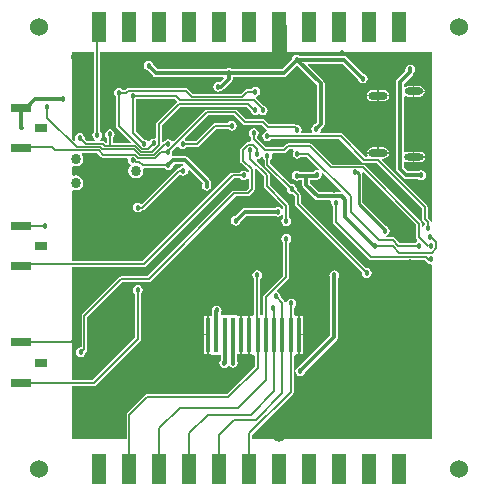
<source format=gbl>
G04*
G04 #@! TF.GenerationSoftware,Altium Limited,Altium Designer,19.0.15 (446)*
G04*
G04 Layer_Physical_Order=2*
G04 Layer_Color=11436288*
%FSLAX25Y25*%
%MOIN*%
G70*
G01*
G75*
%ADD11C,0.01000*%
%ADD22R,0.04331X0.03150*%
%ADD34R,0.06693X0.03150*%
%ADD75C,0.01200*%
%ADD76C,0.00500*%
%ADD78C,0.05000*%
%ADD80C,0.03400*%
%ADD81R,0.05000X0.10000*%
%ADD82O,0.06299X0.02756*%
%ADD83O,0.06496X0.02362*%
%ADD84O,0.06299X0.02362*%
%ADD85C,0.06000*%
%ADD86C,0.01800*%
%ADD87C,0.04000*%
%ADD88R,0.01378X0.11811*%
G36*
X60920Y-64906D02*
X60420Y-64955D01*
X60395Y-64829D01*
X60185Y-64515D01*
X59390Y-63721D01*
Y-60122D01*
X59317Y-59751D01*
X59107Y-59437D01*
X44094Y-44424D01*
X44285Y-43962D01*
X44582D01*
X45315Y-43816D01*
X45936Y-43401D01*
X46351Y-42780D01*
X46447Y-42297D01*
X42810D01*
X39174D01*
X39270Y-42780D01*
X39353Y-42905D01*
X39136Y-43330D01*
X38645Y-43375D01*
X31085Y-35815D01*
X30771Y-35605D01*
X30400Y-35531D01*
X23769D01*
X23502Y-35031D01*
X23707Y-34724D01*
X23771Y-34403D01*
X24637Y-33537D01*
X24925Y-33107D01*
X25025Y-32600D01*
Y-18900D01*
X24925Y-18393D01*
X24637Y-17963D01*
X19462Y-12787D01*
X19653Y-12325D01*
X30951D01*
X36229Y-17604D01*
X36293Y-17924D01*
X36647Y-18453D01*
X37176Y-18807D01*
X37800Y-18931D01*
X38424Y-18807D01*
X38954Y-18453D01*
X39307Y-17924D01*
X39431Y-17300D01*
X39307Y-16676D01*
X38954Y-16147D01*
X38424Y-15793D01*
X38104Y-15729D01*
X32437Y-10063D01*
X32007Y-9775D01*
X31500Y-9674D01*
X16696D01*
X16424Y-9493D01*
X15800Y-9369D01*
X15176Y-9493D01*
X14647Y-9847D01*
X14293Y-10376D01*
X14229Y-10696D01*
X10851Y-14074D01*
X-6004D01*
X-6276Y-13893D01*
X-6900Y-13769D01*
X-7524Y-13893D01*
X-7796Y-14074D01*
X-30651D01*
X-32029Y-12697D01*
X-32093Y-12376D01*
X-32447Y-11846D01*
X-32976Y-11493D01*
X-33600Y-11369D01*
X-34224Y-11493D01*
X-34754Y-11846D01*
X-35107Y-12376D01*
X-35231Y-13000D01*
X-35107Y-13624D01*
X-34754Y-14153D01*
X-34224Y-14507D01*
X-33904Y-14571D01*
X-32137Y-16337D01*
X-31707Y-16625D01*
X-31200Y-16725D01*
X-8807D01*
X-8600Y-17225D01*
X-9852Y-18478D01*
X-10400Y-18369D01*
X-11024Y-18493D01*
X-11553Y-18846D01*
X-11907Y-19376D01*
X-12031Y-20000D01*
X-11907Y-20624D01*
X-11553Y-21154D01*
X-11024Y-21507D01*
X-10400Y-21631D01*
X-9776Y-21507D01*
X-9504Y-21326D01*
X-9500D01*
X-8993Y-21225D01*
X-8563Y-20937D01*
X-5963Y-18337D01*
X-5675Y-17907D01*
X-5574Y-17400D01*
X-5574Y-17400D01*
Y-16725D01*
X11400D01*
X11907Y-16625D01*
X12337Y-16337D01*
X15800Y-12875D01*
X22375Y-19449D01*
Y-32051D01*
X21896Y-32529D01*
X21576Y-32593D01*
X21046Y-32947D01*
X20693Y-33476D01*
X20569Y-34100D01*
X20693Y-34724D01*
X20898Y-35031D01*
X20631Y-35531D01*
X17503D01*
X17236Y-35031D01*
X17307Y-34924D01*
X17431Y-34300D01*
X17307Y-33676D01*
X16953Y-33147D01*
X16424Y-32793D01*
X15800Y-32669D01*
X15529Y-32723D01*
X15406Y-32640D01*
X15035Y-32567D01*
X6611D01*
X5165Y-31121D01*
X4851Y-30911D01*
X4480Y-30837D01*
X-1093D01*
X-4015Y-27915D01*
X-4329Y-27705D01*
X-4700Y-27631D01*
X-14215D01*
X-14586Y-27705D01*
X-14900Y-27915D01*
X-25166Y-38181D01*
X-25809Y-38118D01*
X-25912Y-37964D01*
X-26441Y-37610D01*
X-27066Y-37486D01*
X-27690Y-37610D01*
X-28219Y-37964D01*
X-28418Y-38262D01*
X-28679Y-38313D01*
X-28781Y-38382D01*
X-29281Y-38123D01*
Y-32743D01*
X-23207Y-26669D01*
X-901D01*
X378Y-27948D01*
X493Y-28524D01*
X847Y-29054D01*
X1376Y-29407D01*
X2000Y-29531D01*
X2624Y-29407D01*
X3153Y-29054D01*
X3246D01*
X3776Y-29407D01*
X4400Y-29531D01*
X5024Y-29407D01*
X5553Y-29054D01*
X5907Y-28524D01*
X6031Y-27900D01*
X5907Y-27276D01*
X5553Y-26746D01*
X5024Y-26393D01*
X4855Y-26359D01*
X2311Y-23815D01*
X2262Y-23783D01*
X2368Y-23252D01*
X2593Y-23207D01*
X3122Y-22853D01*
X3476Y-22324D01*
X3600Y-21700D01*
X3476Y-21076D01*
X3122Y-20547D01*
X2593Y-20193D01*
X1969Y-20069D01*
X1344Y-20193D01*
X815Y-20547D01*
X691Y-20731D01*
X-867D01*
X-1237Y-20805D01*
X-1551Y-21015D01*
X-2968Y-22431D01*
X-18688D01*
X-20502Y-20618D01*
X-20816Y-20408D01*
X-21187Y-20334D01*
X-40334D01*
X-40704Y-20408D01*
X-41019Y-20618D01*
X-41432Y-21031D01*
X-42223D01*
X-42347Y-20846D01*
X-42876Y-20493D01*
X-43500Y-20369D01*
X-44124Y-20493D01*
X-44653Y-20846D01*
X-45007Y-21376D01*
X-45131Y-22000D01*
X-45007Y-22624D01*
X-44653Y-23154D01*
X-44469Y-23277D01*
Y-33033D01*
X-44395Y-33404D01*
X-44185Y-33718D01*
X-39484Y-38419D01*
X-39675Y-38881D01*
X-45531D01*
Y-37177D01*
X-45347Y-37053D01*
X-44993Y-36524D01*
X-44869Y-35900D01*
X-44993Y-35276D01*
X-45347Y-34747D01*
X-45876Y-34393D01*
X-46500Y-34269D01*
X-47124Y-34393D01*
X-47653Y-34747D01*
X-48007Y-35276D01*
X-48131Y-35900D01*
X-48007Y-36524D01*
X-47653Y-37053D01*
X-47469Y-37177D01*
Y-38454D01*
X-47969Y-38662D01*
X-48165Y-38465D01*
X-48479Y-38255D01*
X-48850Y-38181D01*
X-49730D01*
X-49784Y-38102D01*
X-49650Y-37423D01*
X-49547Y-37354D01*
X-49193Y-36824D01*
X-49069Y-36200D01*
X-49193Y-35576D01*
X-49547Y-35046D01*
X-49731Y-34923D01*
Y-8415D01*
X60920D01*
X60920Y-64906D01*
D02*
G37*
G36*
X-24254Y-24616D02*
X-24293Y-25015D01*
X-30935Y-31657D01*
X-31145Y-31971D01*
X-31219Y-32342D01*
Y-36894D01*
X-31719Y-37305D01*
X-31900Y-37269D01*
X-32524Y-37393D01*
X-33053Y-37747D01*
X-33250Y-38040D01*
X-33836Y-38063D01*
X-33847Y-38047D01*
X-34376Y-37693D01*
X-35000Y-37569D01*
X-35218Y-37612D01*
X-37931Y-34899D01*
Y-24230D01*
X-37747Y-24106D01*
X-37655Y-23969D01*
X-24901D01*
X-24254Y-24616D01*
D02*
G37*
G36*
X-51669Y-34923D02*
X-51854Y-35046D01*
X-52207Y-35576D01*
X-52331Y-36200D01*
X-52207Y-36824D01*
X-51854Y-37354D01*
X-51750Y-37423D01*
X-51616Y-38102D01*
X-51670Y-38181D01*
X-54049D01*
X-54912Y-37318D01*
X-54869Y-37100D01*
X-54993Y-36476D01*
X-55347Y-35947D01*
X-55876Y-35593D01*
X-56500Y-35469D01*
X-57124Y-35593D01*
X-57653Y-35947D01*
X-58007Y-36476D01*
X-58131Y-37100D01*
X-58007Y-37724D01*
X-58412Y-38018D01*
X-59100Y-37330D01*
X-59100Y-8415D01*
X-51669D01*
Y-34923D01*
D02*
G37*
G36*
X30555Y-54725D02*
X30348Y-55225D01*
X23299D01*
X20325Y-52251D01*
Y-51025D01*
X22200D01*
X22335Y-50999D01*
X22500Y-51031D01*
X23124Y-50907D01*
X23653Y-50554D01*
X24007Y-50024D01*
X24131Y-49400D01*
X24034Y-48911D01*
X24476Y-48646D01*
X30555Y-54725D01*
D02*
G37*
G36*
X-2179Y-32491D02*
X-1865Y-32701D01*
X-1494Y-32774D01*
X4079D01*
X5525Y-34220D01*
X5771Y-34385D01*
X5780Y-34661D01*
X5718Y-34905D01*
X5276Y-34993D01*
X4747Y-35346D01*
X4393Y-35876D01*
X4269Y-36500D01*
X4393Y-37124D01*
X4747Y-37653D01*
X5276Y-38007D01*
X5900Y-38131D01*
X6524Y-38007D01*
X7053Y-37653D01*
X7177Y-37469D01*
X29999D01*
X37615Y-45085D01*
X37929Y-45295D01*
X38300Y-45369D01*
X42299D01*
X57453Y-60523D01*
Y-64122D01*
X57527Y-64493D01*
X57737Y-64807D01*
X58407Y-65477D01*
X58367Y-66033D01*
X58346Y-66047D01*
X57993Y-66576D01*
X57969Y-66698D01*
X57469Y-66648D01*
Y-65700D01*
X57395Y-65329D01*
X57185Y-65015D01*
X38405Y-46236D01*
X38091Y-46026D01*
X37721Y-45952D01*
X27522D01*
X20785Y-39215D01*
X20471Y-39005D01*
X20100Y-38931D01*
X12900D01*
X12529Y-39005D01*
X12215Y-39215D01*
X11199Y-40231D01*
X5501D01*
X2493Y-37223D01*
X2533Y-36667D01*
X2554Y-36654D01*
X2907Y-36124D01*
X3031Y-35500D01*
X2907Y-34876D01*
X2554Y-34347D01*
X2024Y-33993D01*
X1400Y-33869D01*
X776Y-33993D01*
X246Y-34347D01*
X-107Y-34876D01*
X-231Y-35500D01*
X-107Y-36124D01*
X246Y-36654D01*
X431Y-36777D01*
Y-37500D01*
X505Y-37871D01*
X512Y-37881D01*
X245Y-38381D01*
X-383D01*
X-754Y-38455D01*
X-1068Y-38665D01*
X-2785Y-40382D01*
X-2995Y-40696D01*
X-3069Y-41067D01*
Y-44617D01*
X-2995Y-44987D01*
X-2785Y-45301D01*
X-222Y-47864D01*
Y-48434D01*
X-722Y-48585D01*
X-815Y-48447D01*
X-1344Y-48093D01*
X-1969Y-47969D01*
X-2593Y-48093D01*
X-3122Y-48447D01*
X-3246Y-48631D01*
X-5657D01*
X-6027Y-48705D01*
X-6342Y-48915D01*
X-35651Y-78224D01*
X-59100D01*
X-59100Y-54800D01*
X-58600Y-54459D01*
X-57900Y-54598D01*
X-56944Y-54408D01*
X-56134Y-53866D01*
X-55592Y-53056D01*
X-55402Y-52100D01*
X-55592Y-51144D01*
X-56134Y-50334D01*
X-56944Y-49792D01*
X-57900Y-49602D01*
X-58600Y-49741D01*
X-59100Y-49400D01*
Y-46800D01*
X-58600Y-46459D01*
X-57900Y-46598D01*
X-56944Y-46408D01*
X-56134Y-45866D01*
X-55592Y-45056D01*
X-55402Y-44100D01*
X-55592Y-43144D01*
X-55943Y-42619D01*
X-55676Y-42119D01*
X-50676D01*
X-49443Y-43352D01*
X-49129Y-43561D01*
X-48758Y-43635D01*
X-40906D01*
X-40495Y-44135D01*
X-40531Y-44317D01*
X-40407Y-44941D01*
X-40053Y-45470D01*
X-39664Y-45731D01*
X-39589Y-46282D01*
X-39666Y-46334D01*
X-40208Y-47144D01*
X-40398Y-48100D01*
X-40208Y-49056D01*
X-39666Y-49866D01*
X-38856Y-50408D01*
X-37900Y-50598D01*
X-36944Y-50408D01*
X-36134Y-49866D01*
X-35592Y-49056D01*
X-35402Y-48100D01*
X-35508Y-47569D01*
X-35097Y-47069D01*
X-28343D01*
X-28219Y-47254D01*
X-27690Y-47607D01*
X-27066Y-47731D01*
X-26441Y-47607D01*
X-25912Y-47254D01*
X-25559Y-46724D01*
X-25495Y-46404D01*
X-24917Y-45825D01*
X-22281D01*
X-22202Y-45957D01*
X-22454Y-46509D01*
X-22750Y-46567D01*
X-23279Y-46921D01*
X-23363Y-47047D01*
X-23443Y-47031D01*
X-23814Y-47105D01*
X-24128Y-47315D01*
X-35967Y-59154D01*
X-36046Y-59146D01*
X-36576Y-58793D01*
X-37200Y-58669D01*
X-37824Y-58793D01*
X-38353Y-59146D01*
X-38707Y-59676D01*
X-38831Y-60300D01*
X-38707Y-60924D01*
X-38353Y-61453D01*
X-37824Y-61807D01*
X-37200Y-61931D01*
X-36576Y-61807D01*
X-36046Y-61453D01*
X-35923Y-61269D01*
X-35743D01*
X-35372Y-61195D01*
X-35058Y-60985D01*
X-23299Y-49226D01*
X-23279Y-49228D01*
X-22750Y-49582D01*
X-22126Y-49706D01*
X-21501Y-49582D01*
X-20972Y-49228D01*
X-20618Y-48699D01*
X-20494Y-48074D01*
X-20509Y-48001D01*
X-20048Y-47755D01*
X-15632Y-52170D01*
X-15807Y-52432D01*
X-15931Y-53056D01*
X-15807Y-53680D01*
X-15453Y-54210D01*
X-14924Y-54563D01*
X-14300Y-54687D01*
X-13676Y-54563D01*
X-13147Y-54210D01*
X-12793Y-53680D01*
X-12669Y-53056D01*
X-12793Y-52432D01*
X-12975Y-52160D01*
Y-51628D01*
X-13075Y-51121D01*
X-13363Y-50691D01*
X-20491Y-43563D01*
X-20921Y-43275D01*
X-21428Y-43174D01*
X-25466D01*
X-25651Y-43211D01*
X-25951Y-42761D01*
X-25793Y-42524D01*
X-25669Y-41900D01*
X-25748Y-41502D01*
X-24243Y-39998D01*
X-23629Y-40091D01*
X-23453Y-40354D01*
X-22924Y-40707D01*
X-22300Y-40831D01*
X-21676Y-40707D01*
X-21147Y-40354D01*
X-21023Y-40169D01*
X-17500D01*
X-17129Y-40095D01*
X-16815Y-39885D01*
X-10930Y-34000D01*
X-7177D01*
X-7053Y-34185D01*
X-6524Y-34539D01*
X-5900Y-34663D01*
X-5276Y-34539D01*
X-4747Y-34185D01*
X-4393Y-33656D01*
X-4269Y-33031D01*
X-4393Y-32407D01*
X-4747Y-31878D01*
X-5276Y-31524D01*
X-5900Y-31400D01*
X-6524Y-31524D01*
X-7053Y-31878D01*
X-7177Y-32063D01*
X-11332D01*
X-11702Y-32137D01*
X-12016Y-32347D01*
X-17901Y-38231D01*
X-21023D01*
X-21147Y-38047D01*
X-21409Y-37871D01*
X-21502Y-37257D01*
X-13814Y-29569D01*
X-5101D01*
X-2179Y-32491D01*
D02*
G37*
G36*
X55531Y-66101D02*
Y-70200D01*
X55605Y-70571D01*
X55815Y-70885D01*
X55939Y-71009D01*
X55780Y-71557D01*
X55347Y-71846D01*
X55223Y-72031D01*
X50001D01*
X48385Y-70415D01*
X48071Y-70205D01*
X47700Y-70131D01*
X45652D01*
X45603Y-69631D01*
X45724Y-69607D01*
X46253Y-69253D01*
X46607Y-68724D01*
X46731Y-68100D01*
X46607Y-67476D01*
X46253Y-66947D01*
X45724Y-66593D01*
X45494Y-66547D01*
X37624Y-58677D01*
Y-49100D01*
X37574Y-48851D01*
X38035Y-48605D01*
X55531Y-66101D01*
D02*
G37*
G36*
X14612Y-40954D02*
X14765Y-41369D01*
X14493Y-41776D01*
X14369Y-42400D01*
X14493Y-43024D01*
X14846Y-43554D01*
X15376Y-43907D01*
X16000Y-44031D01*
X16624Y-43907D01*
X17154Y-43554D01*
X17277Y-43369D01*
X19199D01*
X23254Y-47424D01*
X22989Y-47866D01*
X22500Y-47769D01*
X21876Y-47893D01*
X21347Y-48246D01*
X21261Y-48375D01*
X16696D01*
X16424Y-48193D01*
X15800Y-48069D01*
X15176Y-48193D01*
X14647Y-48546D01*
X14293Y-49076D01*
X14169Y-49700D01*
X14293Y-50324D01*
X14647Y-50854D01*
X15176Y-51207D01*
X15800Y-51331D01*
X16424Y-51207D01*
X16696Y-51025D01*
X17674D01*
Y-52800D01*
X17775Y-53307D01*
X18063Y-53737D01*
X21813Y-57487D01*
X22243Y-57775D01*
X22750Y-57876D01*
X26938D01*
X27300Y-58376D01*
X27235Y-58700D01*
X27359Y-59324D01*
X27713Y-59854D01*
X27898Y-59977D01*
Y-65066D01*
X27972Y-65437D01*
X28182Y-65751D01*
X39907Y-77477D01*
X40221Y-77687D01*
X40592Y-77760D01*
X58390D01*
X59015Y-78385D01*
X59329Y-78595D01*
X59419Y-78613D01*
X59447Y-78654D01*
X59976Y-79007D01*
X60600Y-79131D01*
X60920Y-79394D01*
X60920Y-137500D01*
X969D01*
Y-136001D01*
X14417Y-122553D01*
X14627Y-122238D01*
X14701Y-121868D01*
Y-109648D01*
X15055Y-109294D01*
X15121D01*
X15538Y-109095D01*
X16238D01*
Y-102689D01*
Y-96284D01*
X15538D01*
X15121Y-96083D01*
X15055D01*
X14701Y-95730D01*
Y-93656D01*
X15154Y-93353D01*
X15507Y-92824D01*
X15631Y-92200D01*
X15507Y-91576D01*
X15154Y-91047D01*
X14624Y-90693D01*
X14000Y-90569D01*
X13376Y-90693D01*
X12846Y-91047D01*
X12493Y-91576D01*
X12424Y-91922D01*
X11914D01*
X11871Y-91706D01*
X11661Y-91391D01*
X10388Y-90118D01*
X10431Y-89900D01*
X10307Y-89276D01*
X9954Y-88747D01*
X9424Y-88393D01*
X9335Y-88375D01*
X9190Y-87897D01*
X12962Y-84124D01*
X13172Y-83810D01*
X13246Y-83439D01*
Y-71977D01*
X13431Y-71854D01*
X13784Y-71324D01*
X13908Y-70700D01*
X13784Y-70076D01*
X13431Y-69547D01*
X12901Y-69193D01*
X12277Y-69069D01*
X11653Y-69193D01*
X11124Y-69547D01*
X10770Y-70076D01*
X10646Y-70700D01*
X10770Y-71324D01*
X11124Y-71854D01*
X11309Y-71977D01*
Y-83038D01*
X4780Y-89567D01*
X4570Y-89881D01*
X4496Y-90252D01*
Y-96083D01*
X3569D01*
Y-84077D01*
X3754Y-83953D01*
X4107Y-83424D01*
X4231Y-82800D01*
X4107Y-82176D01*
X3754Y-81647D01*
X3224Y-81293D01*
X2600Y-81169D01*
X1976Y-81293D01*
X1446Y-81647D01*
X1093Y-82176D01*
X969Y-82800D01*
X1093Y-83424D01*
X1446Y-83953D01*
X1631Y-84077D01*
Y-95772D01*
X1320Y-96083D01*
X903Y-96284D01*
X203D01*
Y-102689D01*
Y-109095D01*
X903D01*
X1320Y-109294D01*
X1386D01*
X1740Y-109648D01*
Y-113279D01*
X-7512Y-122531D01*
X-34000D01*
X-34371Y-122605D01*
X-34685Y-122815D01*
X-40685Y-128815D01*
X-40895Y-129129D01*
X-40969Y-129500D01*
Y-137500D01*
X-59100D01*
X-59100Y-119719D01*
X-51950D01*
X-51579Y-119645D01*
X-51265Y-119435D01*
X-36515Y-104685D01*
X-36305Y-104371D01*
X-36231Y-104000D01*
Y-89049D01*
X-36046Y-88925D01*
X-35693Y-88396D01*
X-35569Y-87772D01*
X-35693Y-87147D01*
X-36046Y-86618D01*
X-36576Y-86264D01*
X-37200Y-86140D01*
X-37824Y-86264D01*
X-38353Y-86618D01*
X-38707Y-87147D01*
X-38831Y-87772D01*
X-38707Y-88396D01*
X-38353Y-88925D01*
X-38169Y-89049D01*
Y-103599D01*
X-52351Y-117781D01*
X-59100D01*
X-59100Y-80161D01*
X-35250D01*
X-34879Y-80088D01*
X-34565Y-79878D01*
X-5256Y-50569D01*
X-3246D01*
X-3122Y-50753D01*
X-2593Y-51107D01*
X-1969Y-51231D01*
X-1344Y-51107D01*
X-815Y-50753D01*
X-722Y-50615D01*
X-222Y-50766D01*
Y-53805D01*
X-1048Y-54631D01*
X-5049D01*
X-5420Y-54705D01*
X-5734Y-54915D01*
X-34050Y-83231D01*
X-42700D01*
X-43071Y-83305D01*
X-43385Y-83515D01*
X-55685Y-95815D01*
X-55895Y-96129D01*
X-55969Y-96500D01*
Y-106679D01*
X-56200Y-106869D01*
X-56824Y-106993D01*
X-57354Y-107346D01*
X-57707Y-107876D01*
X-57831Y-108500D01*
X-57707Y-109124D01*
X-57354Y-109653D01*
X-56824Y-110007D01*
X-56200Y-110131D01*
X-55576Y-110007D01*
X-55046Y-109653D01*
X-54693Y-109124D01*
X-54569Y-108500D01*
X-54579Y-108449D01*
X-54315Y-108185D01*
X-54105Y-107871D01*
X-54031Y-107500D01*
Y-96901D01*
X-42299Y-85169D01*
X-33649D01*
X-33278Y-85095D01*
X-32964Y-84885D01*
X-4648Y-56569D01*
X-647D01*
X-277Y-56495D01*
X38Y-56285D01*
X1431Y-54891D01*
X1641Y-54577D01*
X1715Y-54206D01*
Y-47483D01*
X1760Y-47442D01*
X2181Y-47242D01*
X4848Y-49909D01*
Y-53216D01*
X4922Y-53587D01*
X5132Y-53901D01*
X11281Y-60051D01*
Y-60586D01*
X10781Y-60738D01*
X10654Y-60546D01*
X10124Y-60193D01*
X9500Y-60069D01*
X8876Y-60193D01*
X8604Y-60374D01*
X-1600D01*
X-2107Y-60475D01*
X-2537Y-60763D01*
X-4904Y-63129D01*
X-5224Y-63193D01*
X-5754Y-63547D01*
X-6107Y-64076D01*
X-6231Y-64700D01*
X-6107Y-65324D01*
X-5754Y-65854D01*
X-5224Y-66207D01*
X-4600Y-66331D01*
X-3976Y-66207D01*
X-3447Y-65854D01*
X-3093Y-65324D01*
X-3029Y-65004D01*
X-1051Y-63025D01*
X8604D01*
X8876Y-63207D01*
X9500Y-63331D01*
X10124Y-63207D01*
X10654Y-62853D01*
X10781Y-62662D01*
X11281Y-62814D01*
Y-63523D01*
X11096Y-63647D01*
X10743Y-64176D01*
X10619Y-64800D01*
X10743Y-65424D01*
X11096Y-65953D01*
X11626Y-66307D01*
X12250Y-66431D01*
X12874Y-66307D01*
X13404Y-65953D01*
X13757Y-65424D01*
X13881Y-64800D01*
X13757Y-64176D01*
X13404Y-63647D01*
X13219Y-63523D01*
Y-59650D01*
X13145Y-59279D01*
X12935Y-58965D01*
X6785Y-52815D01*
Y-49508D01*
X6711Y-49137D01*
X6502Y-48823D01*
X2375Y-44696D01*
X2571Y-44292D01*
X2614Y-44229D01*
X3224Y-44107D01*
X3754Y-43753D01*
X3950Y-43459D01*
X4481Y-43565D01*
X4493Y-43624D01*
X4846Y-44153D01*
X5031Y-44277D01*
Y-46000D01*
X5105Y-46371D01*
X5315Y-46685D01*
X12512Y-53882D01*
X12469Y-54100D01*
X12593Y-54724D01*
X12946Y-55253D01*
X13476Y-55607D01*
X14100Y-55731D01*
X14318Y-55688D01*
X15131Y-56501D01*
Y-59100D01*
X15205Y-59471D01*
X15415Y-59785D01*
X37512Y-81882D01*
X37469Y-82100D01*
X37593Y-82724D01*
X37947Y-83254D01*
X38476Y-83607D01*
X39100Y-83731D01*
X39724Y-83607D01*
X40253Y-83254D01*
X40607Y-82724D01*
X40731Y-82100D01*
X40607Y-81476D01*
X40253Y-80946D01*
X39724Y-80593D01*
X39100Y-80469D01*
X38882Y-80512D01*
X17069Y-58699D01*
Y-56100D01*
X16995Y-55729D01*
X16785Y-55415D01*
X15688Y-54318D01*
X15731Y-54100D01*
X15607Y-53476D01*
X15254Y-52947D01*
X14724Y-52593D01*
X14100Y-52469D01*
X13882Y-52512D01*
X6969Y-45599D01*
Y-44277D01*
X7153Y-44153D01*
X7507Y-43624D01*
X7631Y-43000D01*
X7565Y-42669D01*
X7924Y-42169D01*
X11600D01*
X11971Y-42095D01*
X12285Y-41885D01*
X13301Y-40869D01*
X14543D01*
X14612Y-40954D01*
D02*
G37*
%LPC*%
G36*
X56708Y-19881D02*
X54989D01*
Y-21344D01*
X58372D01*
X58291Y-20939D01*
X57920Y-20382D01*
X57364Y-20011D01*
X56708Y-19881D01*
D02*
G37*
G36*
X44582Y-21038D02*
X43060D01*
Y-22703D01*
X46447D01*
X46351Y-22220D01*
X45936Y-21599D01*
X45315Y-21184D01*
X44582Y-21038D01*
D02*
G37*
G36*
X42560D02*
X41039D01*
X40306Y-21184D01*
X39685Y-21599D01*
X39270Y-22220D01*
X39174Y-22703D01*
X42560D01*
Y-21038D01*
D02*
G37*
G36*
X58372Y-21845D02*
X54989D01*
Y-23309D01*
X56708D01*
X57364Y-23178D01*
X57920Y-22806D01*
X58291Y-22250D01*
X58372Y-21845D01*
D02*
G37*
G36*
X53558Y-12627D02*
X52934Y-12751D01*
X52405Y-13105D01*
X52051Y-13634D01*
X51927Y-14258D01*
X52000Y-14626D01*
X49163Y-17463D01*
X48875Y-17893D01*
X48774Y-18400D01*
Y-47317D01*
X48875Y-47824D01*
X49163Y-48254D01*
X51346Y-50437D01*
X51776Y-50725D01*
X52284Y-50826D01*
X56304D01*
X56576Y-51007D01*
X57200Y-51131D01*
X57824Y-51007D01*
X58354Y-50653D01*
X58707Y-50124D01*
X58831Y-49500D01*
X58707Y-48876D01*
X58354Y-48346D01*
X57824Y-47993D01*
X57200Y-47869D01*
X56576Y-47993D01*
X56304Y-48175D01*
X52833D01*
X51425Y-46768D01*
Y-45195D01*
X51925Y-44928D01*
X52017Y-44989D01*
X52672Y-45120D01*
X54489D01*
Y-43406D01*
Y-41691D01*
X52672D01*
X52017Y-41822D01*
X51925Y-41883D01*
X51425Y-41616D01*
Y-23319D01*
X51925Y-23051D01*
X52115Y-23178D01*
X52771Y-23309D01*
X54489D01*
Y-21595D01*
Y-19881D01*
X52771D01*
X52115Y-20011D01*
X51925Y-20137D01*
X51425Y-19870D01*
Y-18949D01*
X54381Y-15994D01*
X54668Y-15564D01*
X54696Y-15422D01*
X54712Y-15412D01*
X55065Y-14883D01*
X55190Y-14258D01*
X55065Y-13634D01*
X54712Y-13105D01*
X54183Y-12751D01*
X53558Y-12627D01*
D02*
G37*
G36*
X46447Y-23203D02*
X43060D01*
Y-24868D01*
X44582D01*
X45315Y-24722D01*
X45936Y-24307D01*
X46351Y-23686D01*
X46447Y-23203D01*
D02*
G37*
G36*
X42560D02*
X39174D01*
X39270Y-23686D01*
X39685Y-24307D01*
X40306Y-24722D01*
X41039Y-24868D01*
X42560D01*
Y-23203D01*
D02*
G37*
G36*
X44582Y-40132D02*
X43060D01*
Y-41797D01*
X46447D01*
X46351Y-41315D01*
X45936Y-40693D01*
X45315Y-40278D01*
X44582Y-40132D01*
D02*
G37*
G36*
X42560D02*
X41039D01*
X40306Y-40278D01*
X39685Y-40693D01*
X39270Y-41315D01*
X39174Y-41797D01*
X42560D01*
Y-40132D01*
D02*
G37*
G36*
X56806Y-41691D02*
X54989D01*
Y-43156D01*
X58471D01*
X58390Y-42750D01*
X58018Y-42193D01*
X57462Y-41822D01*
X56806Y-41691D01*
D02*
G37*
G36*
X58471Y-43656D02*
X54989D01*
Y-45120D01*
X56806D01*
X57462Y-44989D01*
X58018Y-44618D01*
X58390Y-44061D01*
X58471Y-43656D01*
D02*
G37*
G36*
X-1236Y-96284D02*
X-1614D01*
X-1736Y-96284D01*
X-2553D01*
Y-102689D01*
Y-109095D01*
X-1736D01*
X-1614Y-109095D01*
X-1236D01*
X-1114Y-109095D01*
X-297D01*
Y-102689D01*
Y-96284D01*
X-1114D01*
X-1236Y-96284D01*
D02*
G37*
G36*
X16738Y-96284D02*
Y-102439D01*
X17677D01*
Y-96284D01*
X16738D01*
D02*
G37*
G36*
X-14076D02*
X-15016D01*
Y-102439D01*
X-14076D01*
Y-96284D01*
D02*
G37*
G36*
X17677Y-102939D02*
X16738D01*
Y-109095D01*
X17677D01*
Y-102939D01*
D02*
G37*
G36*
X-14076D02*
X-15016D01*
Y-109095D01*
X-14076D01*
Y-102939D01*
D02*
G37*
G36*
X-10900Y-92969D02*
X-11524Y-93093D01*
X-12054Y-93446D01*
X-12407Y-93976D01*
X-12531Y-94600D01*
X-12407Y-95224D01*
X-12396Y-95240D01*
Y-95884D01*
X-12540Y-96122D01*
X-12877Y-96284D01*
X-13577D01*
Y-102689D01*
Y-109095D01*
X-12877D01*
X-12460Y-109294D01*
X-12221Y-109294D01*
X-9640D01*
Y-111076D01*
X-9907Y-111476D01*
X-10031Y-112100D01*
X-9907Y-112724D01*
X-9554Y-113253D01*
X-9024Y-113607D01*
X-8400Y-113731D01*
X-7776Y-113607D01*
X-7247Y-113253D01*
X-7172Y-113142D01*
X-6774D01*
X-6608Y-113199D01*
X-6124Y-113522D01*
X-5500Y-113646D01*
X-4876Y-113522D01*
X-4346Y-113169D01*
X-3993Y-112639D01*
X-3869Y-112015D01*
X-3993Y-111391D01*
X-4234Y-111030D01*
Y-109494D01*
X-4090Y-109256D01*
X-3753Y-109095D01*
X-3053D01*
Y-102689D01*
Y-96284D01*
X-3753D01*
X-4170Y-96083D01*
X-4409Y-96083D01*
X-9410D01*
X-9633Y-95583D01*
X-9393Y-95224D01*
X-9269Y-94600D01*
X-9393Y-93976D01*
X-9747Y-93446D01*
X-10276Y-93093D01*
X-10900Y-92969D01*
D02*
G37*
G36*
X28300Y-81269D02*
X27676Y-81393D01*
X27147Y-81747D01*
X26793Y-82276D01*
X26669Y-82900D01*
X26793Y-83524D01*
X26974Y-83796D01*
Y-102851D01*
X16597Y-113229D01*
X16276Y-113293D01*
X15746Y-113646D01*
X15393Y-114176D01*
X15269Y-114800D01*
X15393Y-115424D01*
X15746Y-115954D01*
X16276Y-116307D01*
X16900Y-116431D01*
X17524Y-116307D01*
X18054Y-115954D01*
X18407Y-115424D01*
X18471Y-115103D01*
X29237Y-104337D01*
X29525Y-103907D01*
X29625Y-103400D01*
Y-83796D01*
X29807Y-83524D01*
X29931Y-82900D01*
X29807Y-82276D01*
X29454Y-81747D01*
X28924Y-81393D01*
X28300Y-81269D01*
D02*
G37*
%LPD*%
D11*
X35193Y-48600D02*
X35900D01*
X36400Y-49100D01*
Y-59184D02*
X45100Y-67883D01*
X36400Y-59184D02*
Y-49100D01*
X45100Y-68100D02*
Y-67883D01*
D22*
X-69504Y-111956D02*
D03*
Y-73000D02*
D03*
Y-33826D02*
D03*
D34*
X-76000Y-105263D02*
D03*
Y-118649D02*
D03*
Y-66307D02*
D03*
Y-79693D02*
D03*
Y-27133D02*
D03*
Y-40519D02*
D03*
D75*
Y-33530D02*
X-75904Y-33626D01*
X10281Y-8981D02*
X10719D01*
X10000Y-8700D02*
X10281Y-8981D01*
X-14300Y-53056D02*
Y-51628D01*
X-21428Y-44500D02*
X-14300Y-51628D01*
X-25466Y-44500D02*
X-21428D01*
X-11071Y-102689D02*
Y-94771D01*
X-10900Y-94600D01*
X-10400Y-20000D02*
X-9500D01*
X-6900Y-17400D01*
X-71604Y-24226D02*
X-62200D01*
X-73254Y-25875D02*
X-71604Y-24226D01*
X-73254Y-26158D02*
Y-25875D01*
X-74228Y-27133D02*
X-73254Y-26158D01*
X-76000Y-27133D02*
X-74228D01*
X-76000Y-33530D02*
Y-27133D01*
X30750Y-56550D02*
X31900Y-57700D01*
X22750Y-56550D02*
X30750D01*
X19000Y-52800D02*
X22750Y-56550D01*
X19000Y-49700D02*
X22200D01*
X15800D02*
X19000D01*
Y-52800D02*
Y-49700D01*
X31900Y-63400D02*
Y-57700D01*
Y-63400D02*
X41600Y-73100D01*
X41700D01*
X15800Y-11000D02*
X23700Y-18900D01*
Y-32600D02*
Y-18900D01*
X22200Y-34100D02*
X23700Y-32600D01*
X-6900Y-15400D02*
X11400D01*
X15800Y-11000D01*
X50100Y-47317D02*
Y-18400D01*
Y-47317D02*
X52284Y-49500D01*
X57200D01*
X-1600Y-61700D02*
X9500D01*
X-4600Y-64700D02*
X-1600Y-61700D01*
X-38900Y-44317D02*
X-38599D01*
X-5559Y-111956D02*
X-5500Y-112015D01*
X-5559Y-111956D02*
Y-102689D01*
X28300Y-103400D02*
Y-82900D01*
X16900Y-114800D02*
X28300Y-103400D01*
X-8400Y-112100D02*
X-8315Y-112015D01*
Y-102689D01*
X-27066Y-46100D02*
X-25466Y-44500D01*
X-31200Y-15400D02*
X-6900D01*
X-33600Y-13000D02*
X-31200Y-15400D01*
X31500Y-11000D02*
X37800Y-17300D01*
X15800Y-11000D02*
X31500D01*
X-6900Y-17400D02*
Y-15400D01*
X50100Y-18400D02*
X53443Y-15056D01*
Y-14373D01*
X53558Y-14258D01*
X22200Y-49700D02*
X22500Y-49400D01*
D76*
X1863Y-28063D02*
X1900D01*
X4200Y-27200D02*
Y-27074D01*
X1626Y-24500D02*
X4200Y-27074D01*
X-500Y-25700D02*
X1863Y-28063D01*
X30400Y-36500D02*
X38300Y-44400D01*
X42700D01*
X37721Y-46921D02*
X56500Y-65700D01*
X27121Y-46921D02*
X37721D01*
X5465Y-90252D02*
X12277Y-83439D01*
Y-70700D01*
X12250Y-64800D02*
Y-59650D01*
X-5049Y-55600D02*
X-647D01*
X-33649Y-84200D02*
X-5049Y-55600D01*
X-647D02*
X746Y-54206D01*
Y-47463D01*
X-42700Y-84200D02*
X-33649D01*
X-2100Y-44617D02*
X746Y-47463D01*
X-5657Y-49600D02*
X-1969D01*
X-35250Y-79193D02*
X-5657Y-49600D01*
X-73496Y-79193D02*
X-35250D01*
X-57650Y-103550D02*
Y-101900D01*
X-59363Y-105263D02*
X-57650Y-103550D01*
X-76000Y-105263D02*
X-59363D01*
X20100Y-39900D02*
X27121Y-46921D01*
X12900Y-39900D02*
X20100D01*
X11600Y-41200D02*
X12900Y-39900D01*
X56500Y-70200D02*
Y-65700D01*
X42700Y-44400D02*
X58422Y-60122D01*
X62200Y-73900D02*
Y-71700D01*
X60526Y-70026D02*
X62200Y-71700D01*
X59500Y-67200D02*
Y-65200D01*
X58422Y-64122D02*
X59500Y-65200D01*
X-27515Y-41900D02*
X-14215Y-28600D01*
X4480Y-31806D02*
X6209Y-33535D01*
X-1494Y-31806D02*
X4480D01*
X-4700Y-28600D02*
X-1494Y-31806D01*
X-56000Y-108500D02*
X-55000Y-107500D01*
X-56200Y-108500D02*
X-56000D01*
X-67400Y-30400D02*
X-57650Y-40150D01*
X-67400Y-30400D02*
Y-26834D01*
X58422Y-64122D02*
Y-60122D01*
X60700Y-75400D02*
X62200Y-73900D01*
X15035Y-33535D02*
X15800Y-34300D01*
X6209Y-33535D02*
X15035D01*
X-2567Y-23400D02*
X-867Y-21700D01*
X-19089Y-23400D02*
X-2567D01*
X-21187Y-21303D02*
X-19089Y-23400D01*
X-23608Y-25700D02*
X-500D01*
X-30250Y-32342D02*
X-23608Y-25700D01*
X-14215Y-28600D02*
X-4700D01*
X50000Y-75400D02*
X60700D01*
X-23000Y-24500D02*
X1626D01*
X-24500Y-23000D02*
X-23000Y-24500D01*
X-73496Y-40193D02*
X-65800D01*
X-64843Y-41150D01*
X-50275D01*
X-48150Y-39850D02*
X-46500D01*
X-48850Y-39150D02*
X-48150Y-39850D01*
X-54450Y-39150D02*
X-48850D01*
X-56500Y-37100D02*
X-54450Y-39150D01*
X-50700Y-36200D02*
Y-700D01*
X-57650Y-40150D02*
X-49861D01*
X-50275Y-41150D02*
X-48758Y-42667D01*
X-38217D01*
X-49861Y-40150D02*
X-49161Y-40850D01*
X-36729Y-45000D02*
X-35629Y-46100D01*
X-37915Y-45000D02*
X-36729D01*
X-38599Y-44317D02*
X-37915Y-45000D01*
X-36098Y-41850D02*
X-32517D01*
X-30250Y-39583D02*
Y-32342D01*
X5100Y-41200D02*
X11600D01*
X1400Y-37500D02*
X5100Y-41200D01*
X1400Y-37500D02*
Y-35500D01*
X5817Y-53216D02*
Y-49508D01*
X317Y-44008D02*
X5817Y-49508D01*
X317Y-44008D02*
Y-41017D01*
X5817Y-53216D02*
X12250Y-59650D01*
X5900Y-36500D02*
X30400D01*
X40592Y-76792D02*
X58792D01*
X28867Y-65066D02*
X40592Y-76792D01*
X28867Y-65066D02*
Y-58700D01*
X58792Y-76792D02*
X59700Y-77700D01*
X47700Y-73100D02*
X50000Y-75400D01*
X56500Y-70200D02*
X59500Y-73200D01*
X-56500Y-37100D02*
X-56300Y-36900D01*
X-55000Y-107500D02*
Y-96500D01*
X-42700Y-84200D01*
X-37200Y-104000D02*
Y-87772D01*
X-51950Y-118750D02*
X-37200Y-104000D01*
X-73443Y-118750D02*
X-51950D01*
X-74000Y-118193D02*
X-73443Y-118750D01*
X-2100Y-44617D02*
Y-41067D01*
X-383Y-39350D01*
X1336D01*
X2600Y-40614D01*
Y-42600D02*
Y-40614D01*
X300Y-41000D02*
X317Y-41017D01*
X6500Y-39200D02*
Y-39150D01*
X6000Y-46000D02*
X14100Y-54100D01*
X6000Y-46000D02*
Y-43000D01*
X19600Y-42400D02*
X33750Y-56550D01*
Y-61650D02*
Y-56550D01*
Y-61650D02*
X43200Y-71100D01*
X47700D01*
X49600Y-73000D01*
X56500D01*
X16000Y-42400D02*
X19600D01*
X16100Y-59100D02*
X39100Y-82100D01*
X16100Y-59100D02*
Y-56100D01*
X14100Y-54100D02*
X16100Y-56100D01*
X-22275Y-48074D02*
X-22126D01*
X-22449Y-48249D02*
X-22275Y-48074D01*
X-37200Y-60300D02*
X-35743D01*
X-23443Y-48000D01*
X-46500Y-39850D02*
X-38098D01*
X-46500D02*
Y-35900D01*
X-43500Y-33033D02*
Y-22000D01*
Y-33033D02*
X-35683Y-40850D01*
X-38098Y-39850D02*
X-36098Y-41850D01*
X-36619Y-42850D02*
X-31950D01*
X-38619Y-40850D02*
X-36619Y-42850D01*
X-49161Y-40850D02*
X-38619D01*
X-37033Y-43850D02*
X-31536D01*
X-38217Y-42667D02*
X-37033Y-43850D01*
X-35683Y-40850D02*
X-33850D01*
X-31950Y-42850D02*
X-28308Y-39208D01*
X-38900Y-35300D02*
X-35000Y-39200D01*
X-33850Y-40850D02*
X-31900Y-38900D01*
X-31536Y-43850D02*
X-29586Y-41900D01*
X-35629Y-46100D02*
X-27066D01*
X-32517Y-41850D02*
X-30250Y-39583D01*
X-11332Y-33031D02*
X-5900D01*
X-2803Y-102689D02*
Y-94103D01*
X-2800Y-94100D01*
X-13900Y-110100D02*
X-13827Y-110027D01*
Y-102689D01*
X-2803Y-110497D02*
X-2700Y-110600D01*
X-2803Y-110497D02*
Y-102689D01*
X-47Y-110453D02*
X0Y-110500D01*
X-47Y-110453D02*
Y-102689D01*
X16488Y-109988D02*
X16600Y-110100D01*
X16488Y-109988D02*
Y-102689D01*
X0Y-135600D02*
X13732Y-121868D01*
Y-102689D01*
X0Y-147500D02*
Y-135600D01*
X-10000Y-136000D02*
X-5000Y-131000D01*
X-10000Y-147500D02*
Y-136000D01*
X-5000Y-131000D02*
X2200D01*
X10976Y-122224D01*
Y-102689D01*
X8220D02*
Y-94121D01*
Y-121580D02*
Y-102689D01*
X500Y-129300D02*
X8220Y-121580D01*
X-13800Y-129300D02*
X500D01*
X-20000Y-135500D02*
X-13800Y-129300D01*
X-20000Y-147500D02*
Y-135500D01*
X-30000Y-147500D02*
Y-133900D01*
X-23200Y-127100D01*
X-3900D01*
X5465Y-117735D01*
Y-102689D01*
X-40000Y-147500D02*
Y-129500D01*
X-34000Y-123500D01*
X-7111D01*
X2709Y-113680D01*
Y-102689D01*
X-47D02*
Y-94326D01*
X7900Y-93800D02*
X8220Y-94121D01*
X2600Y-102580D02*
Y-82800D01*
Y-102580D02*
X2709Y-102689D01*
X8800Y-89900D02*
X10976Y-92076D01*
Y-102689D02*
Y-92076D01*
X5465Y-102689D02*
Y-90252D01*
X-23443Y-48000D02*
X-23194Y-48249D01*
X-22449D01*
X-68397Y-66307D02*
X-68104Y-66600D01*
X-76000Y-66307D02*
X-68397D01*
X-29586Y-41900D02*
X-27515D01*
X-28308Y-39208D02*
X-27157D01*
X-27066Y-39117D01*
X-38900Y-35300D02*
Y-22953D01*
X13732Y-102689D02*
Y-93143D01*
X13751Y-93124D01*
Y-92449D01*
X14000Y-92200D01*
X41700Y-73100D02*
X47700D01*
X53558Y-78442D02*
X55417Y-80300D01*
X58300D01*
X-867Y-21700D02*
X1969D01*
X-38900Y-22953D02*
X-38853Y-23000D01*
X-40334Y-21303D02*
X-21187D01*
X-41031Y-22000D02*
X-40334Y-21303D01*
X-43500Y-22000D02*
X-41031D01*
X-38853Y-23000D02*
X-24500D01*
X-22300Y-39200D02*
X-17500D01*
X-11332Y-33031D01*
X-50700Y-700D02*
X-50000Y0D01*
D78*
X10000Y-8700D02*
Y0D01*
D80*
X-57900Y-44100D02*
D03*
Y-52100D02*
D03*
X-37900Y-48100D02*
D03*
D81*
X-50000Y-147500D02*
D03*
Y0D02*
D03*
X-40000D02*
D03*
X-30000D02*
D03*
X-20000D02*
D03*
X-10000D02*
D03*
X0D02*
D03*
X10000D02*
D03*
X20000D02*
D03*
X30000D02*
D03*
X40000D02*
D03*
X50000D02*
D03*
Y-147500D02*
D03*
X40000D02*
D03*
X30000D02*
D03*
X20000D02*
D03*
X10000D02*
D03*
X0D02*
D03*
X-10000D02*
D03*
X-20000D02*
D03*
X-30000D02*
D03*
X-40000D02*
D03*
D82*
X42810Y-22953D02*
D03*
Y-42047D02*
D03*
D83*
X54739Y-43406D02*
D03*
D84*
Y-21595D02*
D03*
D85*
X-70000Y0D02*
D03*
X70000D02*
D03*
Y-147500D02*
D03*
X-70000D02*
D03*
D86*
X-14700Y-32803D02*
D03*
X2000Y-27900D02*
D03*
X4400D02*
D03*
X10719Y-8981D02*
D03*
X35193Y-48600D02*
D03*
X12277Y-70700D02*
D03*
X12250Y-64800D02*
D03*
X-14300Y-53056D02*
D03*
X-57650Y-101900D02*
D03*
X-10900Y-94600D02*
D03*
X-10400Y-20000D02*
D03*
X60200Y-70000D02*
D03*
X59500Y-67200D02*
D03*
X-62200Y-24226D02*
D03*
X-57800Y-65500D02*
D03*
X-58135Y-115500D02*
D03*
X-76000Y-33600D02*
D03*
X-50700Y-36200D02*
D03*
X60400Y-73000D02*
D03*
X-56200Y-108500D02*
D03*
X2600Y-42600D02*
D03*
X300Y-41000D02*
D03*
X22200Y-34100D02*
D03*
X6500Y-39200D02*
D03*
X5900Y-36500D02*
D03*
X6000Y-43000D02*
D03*
X56500Y-73000D02*
D03*
X52100Y-65500D02*
D03*
X45100Y-68100D02*
D03*
X57200Y-49500D02*
D03*
X39100Y-82100D02*
D03*
X9500Y-61700D02*
D03*
X-4600Y-64700D02*
D03*
X28867Y-58700D02*
D03*
X-16269Y-45464D02*
D03*
X-22126Y-48074D02*
D03*
X-37200Y-60300D02*
D03*
X-56500Y-37100D02*
D03*
X-46500Y-35900D02*
D03*
X-53200Y-43100D02*
D03*
X-35000Y-39200D02*
D03*
X-31900Y-38900D02*
D03*
X-5900Y-33031D02*
D03*
X-2800Y-94100D02*
D03*
X-13900Y-110100D02*
D03*
X-5500Y-112015D02*
D03*
X16900Y-114800D02*
D03*
X-8400Y-112100D02*
D03*
X-2700Y-110600D02*
D03*
X0Y-110500D02*
D03*
X16600Y-110100D02*
D03*
X28300Y-82900D02*
D03*
X-47Y-94326D02*
D03*
X7900Y-93800D02*
D03*
X2600Y-82800D02*
D03*
X8800Y-89900D02*
D03*
X-68104Y-66600D02*
D03*
X-27066Y-46100D02*
D03*
X-38900Y-44317D02*
D03*
X-33600Y-13000D02*
D03*
X-43800Y-9500D02*
D03*
X-48800Y-9800D02*
D03*
X-58900Y-10100D02*
D03*
X-27300Y-41900D02*
D03*
X-27066Y-39117D02*
D03*
X-67400Y-26834D02*
D03*
X-1969Y-49600D02*
D03*
X-7300Y-60700D02*
D03*
X-37200Y-87772D02*
D03*
X14000Y-92200D02*
D03*
X19800Y-47300D02*
D03*
X28333Y-54300D02*
D03*
X41700Y-73100D02*
D03*
X59200Y-80100D02*
D03*
X50900Y-118200D02*
D03*
X47300Y-85500D02*
D03*
X58000Y-90400D02*
D03*
X53558Y-78442D02*
D03*
X7900Y-31063D02*
D03*
X37800Y-17300D02*
D03*
X15800Y-11000D02*
D03*
X1568Y-9300D02*
D03*
X9900Y-21342D02*
D03*
X-6900Y-15400D02*
D03*
X-7000Y-10900D02*
D03*
X18700Y-19990D02*
D03*
X1969Y-21700D02*
D03*
X-38900Y-22953D02*
D03*
X-43500Y-22000D02*
D03*
X-1900Y-20400D02*
D03*
X36200Y-37800D02*
D03*
X38100Y-26200D02*
D03*
X37900Y-29200D02*
D03*
X17000Y-26300D02*
D03*
X30900Y-8800D02*
D03*
X53558Y-14258D02*
D03*
X10000Y-54166D02*
D03*
X16000Y-42400D02*
D03*
X14100Y-54100D02*
D03*
X22500Y-49400D02*
D03*
X15800Y-49700D02*
D03*
X60600Y-77500D02*
D03*
X1400Y-35500D02*
D03*
X15800Y-34300D02*
D03*
X-22300Y-39200D02*
D03*
X-31045Y-58845D02*
D03*
X-7100Y-42300D02*
D03*
X-13000Y-18400D02*
D03*
X-32800Y-25800D02*
D03*
D87*
X10000Y-136600D02*
D03*
D88*
X-13827Y-102689D02*
D03*
X-11071D02*
D03*
X-8315D02*
D03*
X-5559D02*
D03*
X-2803D02*
D03*
X-47D02*
D03*
X2709D02*
D03*
X5465D02*
D03*
X8220D02*
D03*
X10976D02*
D03*
X13732D02*
D03*
X16488D02*
D03*
M02*

</source>
